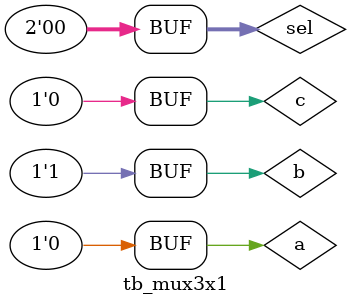
<source format=v>
`timescale 1ns / 1ps


module tb_mux3x1();
reg a,b,c;
reg [1:0] sel;
wire mux_out;

mux3x1 dut(.a(a),.b(b),.c(c),.sel(sel),.mux_out(mux_out));

initial begin
a=0;b=0;c=0;sel=2'b00;
		#10 a=1;b=0;c=0;sel=2'b01;
		#10 a=1;b=1;c=0;sel=2'b10;
		#10 a=1;b=0;c=0;sel=2'b00;
		#10 a=0;b=0;c=1;sel=2'b01;
		#10 a=1;b=0;c=0;sel=2'b10;
		#10 a=0;b=1;c=0;sel=2'b00;
end

endmodule

</source>
